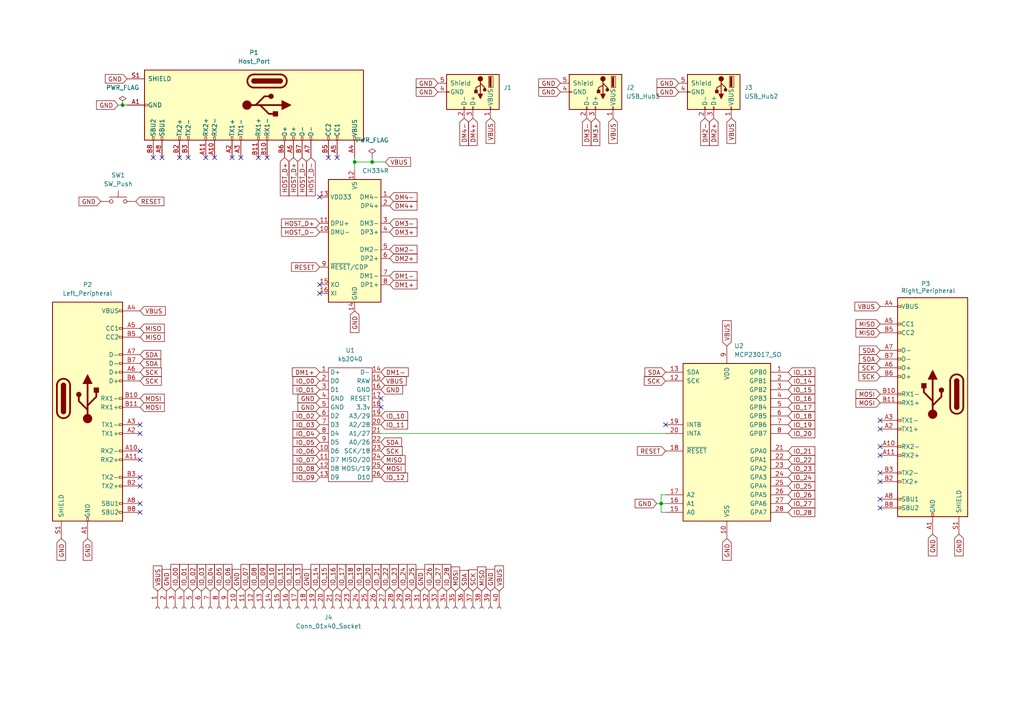
<source format=kicad_sch>
(kicad_sch (version 20250114) (generator "eeschema") (generator_version "9.0")
  (paper "A4")
  (lib_symbols
    (symbol "Connector:Conn_01x40_Socket" (pin_names (offset 1.016) (hide yes))
      (property "Reference" "J" (at 0 50.8 0))
      (property "Value" "Conn_01x40_Socket" (at 0 -53.34 0))
      (symbol "Conn_01x40_Socket_1_1"
        (polyline (pts (xy -1.27 48.26) (xy -0.508 48.26)) (stroke (width 0.1524)))
        (polyline (pts (xy -1.27 45.72) (xy -0.508 45.72)) (stroke (width 0.1524)))
        (polyline (pts (xy -1.27 43.18) (xy -0.508 43.18)) (stroke (width 0.1524)))
        (polyline (pts (xy -1.27 40.64) (xy -0.508 40.64)) (stroke (width 0.1524)))
        (polyline (pts (xy -1.27 38.1) (xy -0.508 38.1)) (stroke (width 0.1524)))
        (polyline (pts (xy -1.27 35.56) (xy -0.508 35.56)) (stroke (width 0.1524)))
        (polyline (pts (xy -1.27 33.02) (xy -0.508 33.02)) (stroke (width 0.1524)))
        (polyline (pts (xy -1.27 30.48) (xy -0.508 30.48)) (stroke (width 0.1524)))
        (polyline (pts (xy -1.27 27.94) (xy -0.508 27.94)) (stroke (width 0.1524)))
        (polyline (pts (xy -1.27 25.4) (xy -0.508 25.4)) (stroke (width 0.1524)))
        (polyline (pts (xy -1.27 22.86) (xy -0.508 22.86)) (stroke (width 0.1524)))
        (polyline (pts (xy -1.27 20.32) (xy -0.508 20.32)) (stroke (width 0.1524)))
        (polyline (pts (xy -1.27 17.78) (xy -0.508 17.78)) (stroke (width 0.1524)))
        (polyline (pts (xy -1.27 15.24) (xy -0.508 15.24)) (stroke (width 0.1524)))
        (polyline (pts (xy -1.27 12.7) (xy -0.508 12.7)) (stroke (width 0.1524)))
        (polyline (pts (xy -1.27 10.16) (xy -0.508 10.16)) (stroke (width 0.1524)))
        (polyline (pts (xy -1.27 7.62) (xy -0.508 7.62)) (stroke (width 0.1524)))
        (polyline (pts (xy -1.27 5.08) (xy -0.508 5.08)) (stroke (width 0.1524)))
        (polyline (pts (xy -1.27 2.54) (xy -0.508 2.54)) (stroke (width 0.1524)))
        (polyline (pts (xy -1.27 0) (xy -0.508 0)) (stroke (width 0.1524)))
        (polyline (pts (xy -1.27 -2.54) (xy -0.508 -2.54)) (stroke (width 0.1524)))
        (polyline (pts (xy -1.27 -5.08) (xy -0.508 -5.08)) (stroke (width 0.1524)))
        (polyline (pts (xy -1.27 -7.62) (xy -0.508 -7.62)) (stroke (width 0.1524)))
        (polyline (pts (xy -1.27 -10.16) (xy -0.508 -10.16)) (stroke (width 0.1524)))
        (polyline (pts (xy -1.27 -12.7) (xy -0.508 -12.7)) (stroke (width 0.1524)))
        (polyline (pts (xy -1.27 -15.24) (xy -0.508 -15.24)) (stroke (width 0.1524)))
        (polyline (pts (xy -1.27 -17.78) (xy -0.508 -17.78)) (stroke (width 0.1524)))
        (polyline (pts (xy -1.27 -20.32) (xy -0.508 -20.32)) (stroke (width 0.1524)))
        (polyline (pts (xy -1.27 -22.86) (xy -0.508 -22.86)) (stroke (width 0.1524)))
        (polyline (pts (xy -1.27 -25.4) (xy -0.508 -25.4)) (stroke (width 0.1524)))
        (polyline (pts (xy -1.27 -27.94) (xy -0.508 -27.94)) (stroke (width 0.1524)))
        (polyline (pts (xy -1.27 -30.48) (xy -0.508 -30.48)) (stroke (width 0.1524)))
        (polyline (pts (xy -1.27 -33.02) (xy -0.508 -33.02)) (stroke (width 0.1524)))
        (polyline (pts (xy -1.27 -35.56) (xy -0.508 -35.56)) (stroke (width 0.1524)))
        (polyline (pts (xy -1.27 -38.1) (xy -0.508 -38.1)) (stroke (width 0.1524)))
        (polyline (pts (xy -1.27 -40.64) (xy -0.508 -40.64)) (stroke (width 0.1524)))
        (polyline (pts (xy -1.27 -43.18) (xy -0.508 -43.18)) (stroke (width 0.1524)))
        (polyline (pts (xy -1.27 -45.72) (xy -0.508 -45.72)) (stroke (width 0.1524)))
        (polyline (pts (xy -1.27 -48.26) (xy -0.508 -48.26)) (stroke (width 0.1524)))
        (polyline (pts (xy -1.27 -50.8) (xy -0.508 -50.8)) (stroke (width 0.1524)))
        (arc (start 0 47.752) (mid -0.5058 48.26) (end 0 48.768) (stroke (width 0.1524)))
        (arc (start 0 45.212) (mid -0.5058 45.72) (end 0 46.228) (stroke (width 0.1524)))
        (arc (start 0 42.672) (mid -0.5058 43.18) (end 0 43.688) (stroke (width 0.1524)))
        (arc (start 0 40.132) (mid -0.5058 40.64) (end 0 41.148) (stroke (width 0.1524)))
        (arc (start 0 37.592) (mid -0.5058 38.1) (end 0 38.608) (stroke (width 0.1524)))
        (arc (start 0 35.052) (mid -0.5058 35.56) (end 0 36.068) (stroke (width 0.1524)))
        (arc (start 0 32.512) (mid -0.5058 33.02) (end 0 33.528) (stroke (width 0.1524)))
        (arc (start 0 29.972) (mid -0.5058 30.48) (end 0 30.988) (stroke (width 0.1524)))
        (arc (start 0 27.432) (mid -0.5058 27.94) (end 0 28.448) (stroke (width 0.1524)))
        (arc (start 0 24.892) (mid -0.5058 25.4) (end 0 25.908) (stroke (width 0.1524)))
        (arc (start 0 22.352) (mid -0.5058 22.86) (end 0 23.368) (stroke (width 0.1524)))
        (arc (start 0 19.812) (mid -0.5058 20.32) (end 0 20.828) (stroke (width 0.1524)))
        (arc (start 0 17.272) (mid -0.5058 17.78) (end 0 18.288) (stroke (width 0.1524)))
        (arc (start 0 14.732) (mid -0.5058 15.24) (end 0 15.748) (stroke (width 0.1524)))
        (arc (start 0 12.192) (mid -0.5058 12.7) (end 0 13.208) (stroke (width 0.1524)))
        (arc (start 0 9.652) (mid -0.5058 10.16) (end 0 10.668) (stroke (width 0.1524)))
        (arc (start 0 7.112) (mid -0.5058 7.62) (end 0 8.128) (stroke (width 0.1524)))
        (arc (start 0 4.572) (mid -0.5058 5.08) (end 0 5.588) (stroke (width 0.1524)))
        (arc (start 0 2.032) (mid -0.5058 2.54) (end 0 3.048) (stroke (width 0.1524)))
        (arc (start 0 -0.508) (mid -0.5058 0) (end 0 0.508) (stroke (width 0.1524)))
        (arc (start 0 -3.048) (mid -0.5058 -2.54) (end 0 -2.032) (stroke (width 0.1524)))
        (arc (start 0 -5.588) (mid -0.5058 -5.08) (end 0 -4.572) (stroke (width 0.1524)))
        (arc (start 0 -8.128) (mid -0.5058 -7.62) (end 0 -7.112) (stroke (width 0.1524)))
        (arc (start 0 -10.668) (mid -0.5058 -10.16) (end 0 -9.652) (stroke (width 0.1524)))
        (arc (start 0 -13.208) (mid -0.5058 -12.7) (end 0 -12.192) (stroke (width 0.1524)))
        (arc (start 0 -15.748) (mid -0.5058 -15.24) (end 0 -14.732) (stroke (width 0.1524)))
        (arc (start 0 -18.288) (mid -0.5058 -17.78) (end 0 -17.272) (stroke (width 0.1524)))
        (arc (start 0 -20.828) (mid -0.5058 -20.32) (end 0 -19.812) (stroke (width 0.1524)))
        (arc (start 0 -23.368) (mid -0.5058 -22.86) (end 0 -22.352) (stroke (width 0.1524)))
        (arc (start 0 -25.908) (mid -0.5058 -25.4) (end 0 -24.892) (stroke (width 0.1524)))
        (arc (start 0 -28.448) (mid -0.5058 -27.94) (end 0 -27.432) (stroke (width 0.1524)))
        (arc (start 0 -30.988) (mid -0.5058 -30.48) (end 0 -29.972) (stroke (width 0.1524)))
        (arc (start 0 -33.528) (mid -0.5058 -33.02) (end 0 -32.512) (stroke (width 0.1524)))
        (arc (start 0 -36.068) (mid -0.5058 -35.56) (end 0 -35.052) (stroke (width 0.1524)))
        (arc (start 0 -38.608) (mid -0.5058 -38.1) (end 0 -37.592) (stroke (width 0.1524)))
        (arc (start 0 -41.148) (mid -0.5058 -40.64) (end 0 -40.132) (stroke (width 0.1524)))
        (arc (start 0 -43.688) (mid -0.5058 -43.18) (end 0 -42.672) (stroke (width 0.1524)))
        (arc (start 0 -46.228) (mid -0.5058 -45.72) (end 0 -45.212) (stroke (width 0.1524)))
        (arc (start 0 -48.768) (mid -0.5058 -48.26) (end 0 -47.752) (stroke (width 0.1524)))
        (arc (start 0 -51.308) (mid -0.5058 -50.8) (end 0 -50.292) (stroke (width 0.1524)))
        (pin passive line (at -5.08 48.26 0) (length 3.81) (name "Pin_1") (number "1"))
        (pin passive line (at -5.08 45.72 0) (length 3.81) (name "Pin_2") (number "2"))
        (pin passive line (at -5.08 43.18 0) (length 3.81) (name "Pin_3") (number "3"))
        (pin passive line (at -5.08 40.64 0) (length 3.81) (name "Pin_4") (number "4"))
        (pin passive line (at -5.08 38.1 0) (length 3.81) (name "Pin_5") (number "5"))
        (pin passive line (at -5.08 35.56 0) (length 3.81) (name "Pin_6") (number "6"))
        (pin passive line (at -5.08 33.02 0) (length 3.81) (name "Pin_7") (number "7"))
        (pin passive line (at -5.08 30.48 0) (length 3.81) (name "Pin_8") (number "8"))
        (pin passive line (at -5.08 27.94 0) (length 3.81) (name "Pin_9") (number "9"))
        (pin passive line (at -5.08 25.4 0) (length 3.81) (name "Pin_10") (number "10"))
        (pin passive line (at -5.08 22.86 0) (length 3.81) (name "Pin_11") (number "11"))
        (pin passive line (at -5.08 20.32 0) (length 3.81) (name "Pin_12") (number "12"))
        (pin passive line (at -5.08 17.78 0) (length 3.81) (name "Pin_13") (number "13"))
        (pin passive line (at -5.08 15.24 0) (length 3.81) (name "Pin_14") (number "14"))
        (pin passive line (at -5.08 12.7 0) (length 3.81) (name "Pin_15") (number "15"))
        (pin passive line (at -5.08 10.16 0) (length 3.81) (name "Pin_16") (number "16"))
        (pin passive line (at -5.08 7.62 0) (length 3.81) (name "Pin_17") (number "17"))
        (pin passive line (at -5.08 5.08 0) (length 3.81) (name "Pin_18") (number "18"))
        (pin passive line (at -5.08 2.54 0) (length 3.81) (name "Pin_19") (number "19"))
        (pin passive line (at -5.08 0 0) (length 3.81) (name "Pin_20") (number "20"))
        (pin passive line (at -5.08 -2.54 0) (length 3.81) (name "Pin_21") (number "21"))
        (pin passive line (at -5.08 -5.08 0) (length 3.81) (name "Pin_22") (number "22"))
        (pin passive line (at -5.08 -7.62 0) (length 3.81) (name "Pin_23") (number "23"))
        (pin passive line (at -5.08 -10.16 0) (length 3.81) (name "Pin_24") (number "24"))
        (pin passive line (at -5.08 -12.7 0) (length 3.81) (name "Pin_25") (number "25"))
        (pin passive line (at -5.08 -15.24 0) (length 3.81) (name "Pin_26") (number "26"))
        (pin passive line (at -5.08 -17.78 0) (length 3.81) (name "Pin_27") (number "27"))
        (pin passive line (at -5.08 -20.32 0) (length 3.81) (name "Pin_28") (number "28"))
        (pin passive line (at -5.08 -22.86 0) (length 3.81) (name "Pin_29") (number "29"))
        (pin passive line (at -5.08 -25.4 0) (length 3.81) (name "Pin_30") (number "30"))
        (pin passive line (at -5.08 -27.94 0) (length 3.81) (name "Pin_31") (number "31"))
        (pin passive line (at -5.08 -30.48 0) (length 3.81) (name "Pin_32") (number "32"))
        (pin passive line (at -5.08 -33.02 0) (length 3.81) (name "Pin_33") (number "33"))
        (pin passive line (at -5.08 -35.56 0) (length 3.81) (name "Pin_34") (number "34"))
        (pin passive line (at -5.08 -38.1 0) (length 3.81) (name "Pin_35") (number "35"))
        (pin passive line (at -5.08 -40.64 0) (length 3.81) (name "Pin_36") (number "36"))
        (pin passive line (at -5.08 -43.18 0) (length 3.81) (name "Pin_37") (number "37"))
        (pin passive line (at -5.08 -45.72 0) (length 3.81) (name "Pin_38") (number "38"))
        (pin passive line (at -5.08 -48.26 0) (length 3.81) (name "Pin_39") (number "39"))
        (pin passive line (at -5.08 -50.8 0) (length 3.81) (name "Pin_40") (number "40"))
      )
    )
    (symbol "Connector:USB_A" (pin_names (offset 1.016))
      (property "Reference" "J" (at -5.08 11.43 0))
      (property "Value" "USB_A" (at -5.08 8.89 0))
      (symbol "USB_A_0_1"
        (rectangle (start -5.08 -7.62) (end 5.08 7.62) (stroke (width 0.254)) (fill (type background)))
        (circle (center -3.81 2.159) (radius 0.635) (stroke (width 0.254)) (fill (type outline)))
        (polyline (pts (xy -3.175 2.159) (xy -2.54 2.159) (xy -1.27 3.429) (xy -0.635 3.429)) (stroke (width 0.254)))
        (polyline (pts (xy -2.54 2.159) (xy -1.905 2.159) (xy -1.27 0.889) (xy 0 0.889)) (stroke (width 0.254)))
        (rectangle (start -1.524 4.826) (end -4.318 5.334) (fill (type outline)))
        (rectangle (start -1.27 4.572) (end -4.572 5.842))
        (circle (center -0.635 3.429) (radius 0.381) (stroke (width 0.254)) (fill (type outline)))
        (rectangle (start -0.127 -7.62) (end 0.127 -6.858))
        (rectangle (start 0.254 1.27) (end -0.508 0.508) (stroke (width 0.254)) (fill (type outline)))
        (polyline (pts (xy 0.635 2.794) (xy 0.635 1.524) (xy 1.905 2.159) (xy 0.635 2.794)) (stroke (width 0.254)) (fill (type outline)))
        (rectangle (start 5.08 4.953) (end 4.318 5.207))
        (rectangle (start 5.08 -0.127) (end 4.318 0.127))
        (rectangle (start 5.08 -2.667) (end 4.318 -2.413))
      )
      (symbol "USB_A_1_1"
        (polyline (pts (xy -1.905 2.159) (xy 0.635 2.159)) (stroke (width 0.254)))
        (pin passive line (at -2.54 -10.16 90) (length 2.54) (name "Shield") (number "5"))
        (pin power_in line (at 0 -10.16 90) (length 2.54) (name "GND") (number "4"))
        (pin power_in line (at 7.62 5.08 180) (length 2.54) (name "VBUS") (number "1"))
        (pin bidirectional line (at 7.62 0 180) (length 2.54) (name "D+") (number "3"))
        (pin bidirectional line (at 7.62 -2.54 180) (length 2.54) (name "D-") (number "2"))
      )
    )
    (symbol "Connector:USB_C_Receptacle" (pin_names (offset 1.016))
      (property "Reference" "J" (at -10.16 29.21 0))
      (property "Value" "USB_C_Receptacle" (at 10.16 29.21 0))
      (symbol "USB_C_Receptacle_0_0"
        (rectangle (start -0.254 -35.56) (end 0.254 -34.544))
        (rectangle (start 10.16 25.654) (end 9.144 25.146))
        (rectangle (start 10.16 20.574) (end 9.144 20.066))
        (rectangle (start 10.16 18.034) (end 9.144 17.526))
        (rectangle (start 10.16 12.954) (end 9.144 12.446))
        (rectangle (start 10.16 10.414) (end 9.144 9.906))
        (rectangle (start 10.16 7.874) (end 9.144 7.366))
        (rectangle (start 10.16 5.334) (end 9.144 4.826))
        (rectangle (start 10.16 0.254) (end 9.144 -0.254))
        (rectangle (start 10.16 -2.286) (end 9.144 -2.794))
        (rectangle (start 10.16 -7.366) (end 9.144 -7.874))
        (rectangle (start 10.16 -9.906) (end 9.144 -10.414))
        (rectangle (start 10.16 -14.986) (end 9.144 -15.494))
        (rectangle (start 10.16 -17.526) (end 9.144 -18.034))
        (rectangle (start 10.16 -22.606) (end 9.144 -23.114))
        (rectangle (start 10.16 -25.146) (end 9.144 -25.654))
        (rectangle (start 10.16 -30.226) (end 9.144 -30.734))
        (rectangle (start 10.16 -32.766) (end 9.144 -33.274))
      )
      (symbol "USB_C_Receptacle_0_1"
        (rectangle (start -10.16 27.94) (end 10.16 -35.56) (stroke (width 0.254)) (fill (type background)))
        (polyline (pts (xy -8.89 -3.81) (xy -8.89 3.81)) (stroke (width 0.508)))
        (rectangle (start -7.62 -3.81) (end -6.35 3.81) (stroke (width 0.254)) (fill (type outline)))
        (arc (start -7.62 3.81) (mid -6.985 4.4423) (end -6.35 3.81) (stroke (width 0.254)))
        (arc (start -7.62 3.81) (mid -6.985 4.4423) (end -6.35 3.81) (stroke (width 0.254)) (fill (type outline)))
        (arc (start -8.89 3.81) (mid -6.985 5.7067) (end -5.08 3.81) (stroke (width 0.508)))
        (arc (start -5.08 -3.81) (mid -6.985 -5.7067) (end -8.89 -3.81) (stroke (width 0.508)))
        (arc (start -6.35 -3.81) (mid -6.985 -4.4423) (end -7.62 -3.81) (stroke (width 0.254)))
        (arc (start -6.35 -3.81) (mid -6.985 -4.4423) (end -7.62 -3.81) (stroke (width 0.254)) (fill (type outline)))
        (polyline (pts (xy -5.08 3.81) (xy -5.08 -3.81)) (stroke (width 0.508)))
      )
      (symbol "USB_C_Receptacle_1_1"
        (circle (center -2.54 1.143) (radius 0.635) (stroke (width 0.254)) (fill (type outline)))
        (polyline (pts (xy -1.27 4.318) (xy 0 6.858) (xy 1.27 4.318) (xy -1.27 4.318)) (stroke (width 0.254)) (fill (type outline)))
        (polyline (pts (xy 0 -2.032) (xy 2.54 0.508) (xy 2.54 1.778)) (stroke (width 0.508)))
        (polyline (pts (xy 0 -3.302) (xy -2.54 -0.762) (xy -2.54 0.508)) (stroke (width 0.508)))
        (polyline (pts (xy 0 -5.842) (xy 0 4.318)) (stroke (width 0.508)))
        (circle (center 0 -5.842) (radius 1.27) (fill (type outline)))
        (rectangle (start 1.905 1.778) (end 3.175 3.048) (stroke (width 0.254)) (fill (type outline)))
        (pin passive line (at -7.62 -40.64 90) (length 5.08) (name "SHIELD") (number "S1"))
        (pin passive line (at 0 -40.64 90) (length 5.08) (name "GND") (number "A1"))
        (pin passive line (at 0 -40.64 90) (length 5.08) (hide yes) (name "GND") (number "A12"))
        (pin passive line (at 0 -40.64 90) (length 5.08) (hide yes) (name "GND") (number "B1"))
        (pin passive line (at 0 -40.64 90) (length 5.08) (hide yes) (name "GND") (number "B12"))
        (pin passive line (at 15.24 25.4 180) (length 5.08) (name "VBUS") (number "A4"))
        (pin passive line (at 15.24 25.4 180) (length 5.08) (hide yes) (name "VBUS") (number "A9"))
        (pin passive line (at 15.24 25.4 180) (length 5.08) (hide yes) (name "VBUS") (number "B4"))
        (pin passive line (at 15.24 25.4 180) (length 5.08) (hide yes) (name "VBUS") (number "B9"))
        (pin bidirectional line (at 15.24 20.32 180) (length 5.08) (name "CC1") (number "A5"))
        (pin bidirectional line (at 15.24 17.78 180) (length 5.08) (name "CC2") (number "B5"))
        (pin bidirectional line (at 15.24 12.7 180) (length 5.08) (name "D-") (number "A7"))
        (pin bidirectional line (at 15.24 10.16 180) (length 5.08) (name "D-") (number "B7"))
        (pin bidirectional line (at 15.24 7.62 180) (length 5.08) (name "D+") (number "A6"))
        (pin bidirectional line (at 15.24 5.08 180) (length 5.08) (name "D+") (number "B6"))
        (pin bidirectional line (at 15.24 0 180) (length 5.08) (name "RX1-") (number "B10"))
        (pin bidirectional line (at 15.24 -2.54 180) (length 5.08) (name "RX1+") (number "B11"))
        (pin bidirectional line (at 15.24 -7.62 180) (length 5.08) (name "TX1-") (number "A3"))
        (pin bidirectional line (at 15.24 -10.16 180) (length 5.08) (name "TX1+") (number "A2"))
        (pin bidirectional line (at 15.24 -15.24 180) (length 5.08) (name "RX2-") (number "A10"))
        (pin bidirectional line (at 15.24 -17.78 180) (length 5.08) (name "RX2+") (number "A11"))
        (pin bidirectional line (at 15.24 -22.86 180) (length 5.08) (name "TX2-") (number "B3"))
        (pin bidirectional line (at 15.24 -25.4 180) (length 5.08) (name "TX2+") (number "B2"))
        (pin bidirectional line (at 15.24 -30.48 180) (length 5.08) (name "SBU1") (number "A8"))
        (pin bidirectional line (at 15.24 -33.02 180) (length 5.08) (name "SBU2") (number "B8"))
      )
    )
    (symbol "Interface_Expansion:MCP23017_SO" (pin_names (offset 1.016))
      (property "Reference" "U" (at -11.43 24.13 0))
      (property "Value" "MCP23017_SO" (at 0 0 0))
      (symbol "MCP23017_SO_0_1"
        (rectangle (start -12.7 22.86) (end 12.7 -22.86) (stroke (width 0.254)) (fill (type background)))
      )
      (symbol "MCP23017_SO_1_1"
        (pin bidirectional line (at -17.78 20.32 0) (length 5.08) (name "SDA") (number "13"))
        (pin input line (at -17.78 17.78 0) (length 5.08) (name "SCK") (number "12"))
        (pin tri_state line (at -17.78 5.08 0) (length 5.08) (name "INTB") (number "19"))
        (pin tri_state line (at -17.78 2.54 0) (length 5.08) (name "INTA") (number "20"))
        (pin input line (at -17.78 -2.54 0) (length 5.08) (name "~{RESET}") (number "18"))
        (pin input line (at -17.78 -15.24 0) (length 5.08) (name "A2") (number "17"))
        (pin input line (at -17.78 -17.78 0) (length 5.08) (name "A1") (number "16"))
        (pin input line (at -17.78 -20.32 0) (length 5.08) (name "A0") (number "15"))
        (pin no_connect line (at -12.7 15.24 0) (length 5.08) (hide yes) (name "NC") (number "11"))
        (pin no_connect line (at -12.7 12.7 0) (length 5.08) (hide yes) (name "NC") (number "14"))
        (pin power_in line (at 0 27.94 270) (length 5.08) (name "VDD") (number "9"))
        (pin power_in line (at 0 -27.94 90) (length 5.08) (name "VSS") (number "10"))
        (pin bidirectional line (at 17.78 20.32 180) (length 5.08) (name "GPB0") (number "1"))
        (pin bidirectional line (at 17.78 17.78 180) (length 5.08) (name "GPB1") (number "2"))
        (pin bidirectional line (at 17.78 15.24 180) (length 5.08) (name "GPB2") (number "3"))
        (pin bidirectional line (at 17.78 12.7 180) (length 5.08) (name "GPB3") (number "4"))
        (pin bidirectional line (at 17.78 10.16 180) (length 5.08) (name "GPB4") (number "5"))
        (pin bidirectional line (at 17.78 7.62 180) (length 5.08) (name "GPB5") (number "6"))
        (pin bidirectional line (at 17.78 5.08 180) (length 5.08) (name "GPB6") (number "7"))
        (pin output line (at 17.78 2.54 180) (length 5.08) (name "GPB7") (number "8"))
        (pin bidirectional line (at 17.78 -2.54 180) (length 5.08) (name "GPA0") (number "21"))
        (pin bidirectional line (at 17.78 -5.08 180) (length 5.08) (name "GPA1") (number "22"))
        (pin bidirectional line (at 17.78 -7.62 180) (length 5.08) (name "GPA2") (number "23"))
        (pin bidirectional line (at 17.78 -10.16 180) (length 5.08) (name "GPA3") (number "24"))
        (pin bidirectional line (at 17.78 -12.7 180) (length 5.08) (name "GPA4") (number "25"))
        (pin bidirectional line (at 17.78 -15.24 180) (length 5.08) (name "GPA5") (number "26"))
        (pin bidirectional line (at 17.78 -17.78 180) (length 5.08) (name "GPA6") (number "27"))
        (pin output line (at 17.78 -20.32 180) (length 5.08) (name "GPA7") (number "28"))
      )
    )
    (symbol "Interface_USB:CH334R"
      (property "Reference" "U" (at -7.62 20.32 0))
      (property "Value" "CH334R" (at 2.54 20.32 0))
      (symbol "CH334R_0_1"
        (rectangle (start -7.62 17.78) (end 7.62 -17.78) (stroke (width 0.254)) (fill (type background)))
      )
      (symbol "CH334R_1_1"
        (pin passive line (at -10.16 12.7 0) (length 2.54) (name "VDD33") (number "13"))
        (pin bidirectional line (at -10.16 5.08 0) (length 2.54) (name "DPU+") (number "11"))
        (pin bidirectional line (at -10.16 2.54 0) (length 2.54) (name "DMU-") (number "10"))
        (pin input line (at -10.16 -7.62 0) (length 2.54) (name "~{RESET}/CDP") (number "9"))
        (pin passive line (at -10.16 -12.7 0) (length 2.54) (name "XO") (number "15"))
        (pin passive line (at -10.16 -15.24 0) (length 2.54) (name "XI") (number "16"))
        (pin power_in line (at 0 20.32 270) (length 2.54) (name "V5") (number "12"))
        (pin power_in line (at 0 -20.32 90) (length 2.54) (name "GND") (number "14"))
        (pin bidirectional line (at 10.16 12.7 180) (length 2.54) (name "DM4-") (number "1"))
        (pin bidirectional line (at 10.16 10.16 180) (length 2.54) (name "DP4+") (number "2"))
        (pin bidirectional line (at 10.16 5.08 180) (length 2.54) (name "DM3-") (number "3"))
        (pin bidirectional line (at 10.16 2.54 180) (length 2.54) (name "DP3+") (number "4"))
        (pin bidirectional line (at 10.16 -2.54 180) (length 2.54) (name "DM2-") (number "5"))
        (pin bidirectional line (at 10.16 -5.08 180) (length 2.54) (name "DP2+") (number "6"))
        (pin bidirectional line (at 10.16 -10.16 180) (length 2.54) (name "DM1-") (number "7"))
        (pin bidirectional line (at 10.16 -12.7 180) (length 2.54) (name "DP1+") (number "8"))
      )
    )
    (symbol "Switch:SW_Push" (pin_numbers (hide yes)) (pin_names (offset 1.016) (hide yes))
      (property "Reference" "SW" (at 1.27 2.54 0))
      (property "Value" "SW_Push" (at 0 -1.524 0))
      (symbol "SW_Push_0_1"
        (circle (center -2.032 0) (radius 0.508))
        (polyline (pts (xy 0 1.27) (xy 0 3.048)))
        (circle (center 2.032 0) (radius 0.508))
        (polyline (pts (xy 2.54 1.27) (xy -2.54 1.27)))
        (pin passive line (at -5.08 0 0) (length 2.54) (name "1") (number "1"))
        (pin passive line (at 5.08 0 180) (length 2.54) (name "2") (number "2"))
      )
    )
    (symbol "kb2040:kb2040"
      (property "Reference" "U" (at 0 0 0))
      (property "Value" "kb2040" (at 0 -2.54 0))
      (property "Footprint" "kb2040" (at 0 0 0))
      (symbol "kb2040_0_1"
        (rectangle (start 0 -3.81) (end 12.7 -36.83) (stroke (width 0.1524)))
      )
      (symbol "kb2040_1_1"
        (pin bidirectional line (at -2.54 -5.08 0) (length 2.54) (name "D+") (number "1"))
        (pin bidirectional line (at -2.54 -7.62 0) (length 2.54) (name "D0") (number "2"))
        (pin bidirectional line (at -2.54 -10.16 0) (length 2.54) (name "D1") (number "3"))
        (pin bidirectional line (at -2.54 -12.7 0) (length 2.54) (name "GND") (number "4"))
        (pin bidirectional line (at -2.54 -15.24 0) (length 2.54) (name "GND") (number "5"))
        (pin bidirectional line (at -2.54 -17.78 0) (length 2.54) (name "D2") (number "6"))
        (pin bidirectional line (at -2.54 -20.32 0) (length 2.54) (name "D3") (number "7"))
        (pin bidirectional line (at -2.54 -22.86 0) (length 2.54) (name "D4") (number "8"))
        (pin bidirectional line (at -2.54 -25.4 0) (length 2.54) (name "D5") (number "9"))
        (pin bidirectional line (at -2.54 -27.94 0) (length 2.54) (name "D6") (number "10"))
        (pin bidirectional line (at -2.54 -30.48 0) (length 2.54) (name "D7") (number "11"))
        (pin bidirectional line (at -2.54 -33.02 0) (length 2.54) (name "D8") (number "12"))
        (pin bidirectional line (at -2.54 -35.56 0) (length 2.54) (name "D9") (number "13"))
        (pin bidirectional line (at 15.24 -5.08 180) (length 2.54) (name "D-") (number "14"))
        (pin bidirectional line (at 15.24 -7.62 180) (length 2.54) (name "RAW") (number "15"))
        (pin bidirectional line (at 15.24 -10.16 180) (length 2.54) (name "GND") (number "16"))
        (pin bidirectional line (at 15.24 -12.7 180) (length 2.54) (name "RESET") (number "17"))
        (pin bidirectional line (at 15.24 -15.24 180) (length 2.54) (name "3.3v") (number "18"))
        (pin bidirectional line (at 15.24 -17.78 180) (length 2.54) (name "A3/29") (number "19"))
        (pin bidirectional line (at 15.24 -20.32 180) (length 2.54) (name "A2/28") (number "20"))
        (pin bidirectional line (at 15.24 -22.86 180) (length 2.54) (name "A1/27") (number "21"))
        (pin bidirectional line (at 15.24 -25.4 180) (length 2.54) (name "A0/26") (number "22"))
        (pin bidirectional line (at 15.24 -27.94 180) (length 2.54) (name "SCK/18") (number "23"))
        (pin bidirectional line (at 15.24 -30.48 180) (length 2.54) (name "MISO/20") (number "24"))
        (pin bidirectional line (at 15.24 -33.02 180) (length 2.54) (name "MOSI/19") (number "25"))
        (pin bidirectional line (at 15.24 -35.56 180) (length 2.54) (name "D10") (number "26"))
      )
    )
    (symbol "power:PWR_FLAG" (power) (pin_numbers (hide yes)) (pin_names (offset 0) (hide yes))
      (property "Value" "PWR_FLAG" (at 0 3.81 0))
      (symbol "PWR_FLAG_0_0"
        (pin power_out line (at 0 0 90) (length 0) (name "~") (number "1"))
      )
      (symbol "PWR_FLAG_0_1"
        (polyline (pts (xy 0 0) (xy 0 1.27) (xy -1.016 1.905) (xy 0 2.54) (xy 1.016 1.905) (xy 0 1.27)))
      )
    )
  )
  (junction (at 107.95 46.99))
  (junction (at 35.56 30.48))
  (junction (at 191.77 146.05))
  (junction (at 102.87 46.99))
  (no_connect (at 40.64 123.19))
  (no_connect (at 92.71 85.09))
  (no_connect (at 110.49 115.57))
  (no_connect (at 97.79 45.72))
  (no_connect (at 52.07 45.72))
  (no_connect (at 110.49 118.11))
  (no_connect (at 255.27 147.32))
  (no_connect (at 40.64 138.43))
  (no_connect (at 40.64 140.97))
  (no_connect (at 59.69 45.72))
  (no_connect (at 46.99 45.72))
  (no_connect (at 255.27 124.46))
  (no_connect (at 92.71 82.55))
  (no_connect (at 255.27 144.78))
  (no_connect (at 92.71 57.15))
  (no_connect (at 255.27 139.7))
  (no_connect (at 69.85 45.72))
  (no_connect (at 67.31 45.72))
  (no_connect (at 255.27 121.92))
  (no_connect (at 40.64 133.35))
  (no_connect (at 40.64 146.05))
  (no_connect (at 44.45 45.72))
  (no_connect (at 255.27 132.08))
  (no_connect (at 62.23 45.72))
  (no_connect (at 40.64 125.73))
  (no_connect (at 255.27 137.16))
  (no_connect (at 40.64 148.59))
  (no_connect (at 77.47 45.72))
  (no_connect (at 74.93 45.72))
  (no_connect (at 193.04 123.19))
  (no_connect (at 95.25 45.72))
  (no_connect (at 40.64 130.81))
  (no_connect (at 54.61 45.72))
  (no_connect (at 255.27 129.54))
  (wire (pts (xy 190.5 146.05) (xy 191.77 146.05)))
  (wire (pts (xy 193.04 143.51) (xy 191.77 143.51)))
  (wire (pts (xy 102.87 45.72) (xy 102.87 46.99)))
  (wire (pts (xy 191.77 146.05) (xy 191.77 148.59)))
  (wire (pts (xy 191.77 146.05) (xy 193.04 146.05)))
  (wire (pts (xy 191.77 148.59) (xy 193.04 148.59)))
  (wire (pts (xy 110.49 125.73) (xy 193.04 125.73)))
  (wire (pts (xy 102.87 46.99) (xy 107.95 46.99)))
  (wire (pts (xy 191.77 143.51) (xy 191.77 146.05)))
  (wire (pts (xy 102.87 46.99) (xy 102.87 49.53)))
  (wire (pts (xy 107.95 45.72) (xy 107.95 46.99)))
  (wire (pts (xy 35.56 30.48) (xy 36.83 30.48)))
  (wire (pts (xy 34.29 30.48) (xy 35.56 30.48)))
  (wire (pts (xy 107.95 46.99) (xy 111.76 46.99)))
  (global_label "DM2-" (shape input) (at 113.03 72.39 0) (property "Intersheetrefs" "${INTERSHEET_REFS}" (effects (hide yes))))
  (global_label "RESET" (shape input) (at 193.04 130.81 180) (property "Intersheetrefs" "${INTERSHEET_REFS}" (effects (hide yes))))
  (global_label "SDA" (shape input) (at 193.04 107.95 180) (property "Intersheetrefs" "${INTERSHEET_REFS}" (effects (hide yes))))
  (global_label "IO_12" (shape input) (at 83.82 171.45 90) (property "Intersheetrefs" "${INTERSHEET_REFS}" (effects (hide yes))))
  (global_label "IO_20" (shape input) (at 228.6 125.73 0) (property "Intersheetrefs" "${INTERSHEET_REFS}" (effects (hide yes))))
  (global_label "IO_24" (shape input) (at 116.84 171.45 90) (property "Intersheetrefs" "${INTERSHEET_REFS}" (effects (hide yes))))
  (global_label "SCK" (shape input) (at 110.49 130.81 0) (property "Intersheetrefs" "${INTERSHEET_REFS}" (effects (hide yes))))
  (global_label "SDA" (shape input) (at 134.62 171.45 90) (property "Intersheetrefs" "${INTERSHEET_REFS}" (effects (hide yes))))
  (global_label "DM3-" (shape input) (at 170.18 34.29 270) (property "Intersheetrefs" "${INTERSHEET_REFS}" (effects (hide yes))))
  (global_label "MOSI" (shape input) (at 255.27 116.84 180) (property "Intersheetrefs" "${INTERSHEET_REFS}" (effects (hide yes))))
  (global_label "IO_28" (shape input) (at 228.6 148.59 0) (property "Intersheetrefs" "${INTERSHEET_REFS}" (effects (hide yes))))
  (global_label "IO_27" (shape input) (at 127 171.45 90) (property "Intersheetrefs" "${INTERSHEET_REFS}" (effects (hide yes))))
  (global_label "IO_07" (shape input) (at 71.12 171.45 90) (property "Intersheetrefs" "${INTERSHEET_REFS}" (effects (hide yes))))
  (global_label "DM1+" (shape input) (at 113.03 82.55 0) (property "Intersheetrefs" "${INTERSHEET_REFS}" (effects (hide yes))))
  (global_label "IO_04" (shape input) (at 60.96 171.45 90) (property "Intersheetrefs" "${INTERSHEET_REFS}" (effects (hide yes))))
  (global_label "HOST_D+" (shape input) (at 82.55 45.72 270) (property "Intersheetrefs" "${INTERSHEET_REFS}" (effects (hide yes))))
  (global_label "IO_03" (shape input) (at 92.71 123.19 180) (property "Intersheetrefs" "${INTERSHEET_REFS}" (effects (hide yes))))
  (global_label "IO_19" (shape input) (at 104.14 171.45 90) (property "Intersheetrefs" "${INTERSHEET_REFS}" (effects (hide yes))))
  (global_label "IO_21" (shape input) (at 109.22 171.45 90) (property "Intersheetrefs" "${INTERSHEET_REFS}" (effects (hide yes))))
  (global_label "GND" (shape input) (at 196.85 24.13 180) (property "Intersheetrefs" "${INTERSHEET_REFS}" (effects (hide yes))))
  (global_label "MISO" (shape input) (at 40.64 95.25 0) (property "Intersheetrefs" "${INTERSHEET_REFS}" (effects (hide yes))))
  (global_label "VBUS" (shape input) (at 45.72 171.45 90) (property "Intersheetrefs" "${INTERSHEET_REFS}" (effects (hide yes))))
  (global_label "IO_10" (shape input) (at 110.49 120.65 0) (property "Intersheetrefs" "${INTERSHEET_REFS}" (effects (hide yes))))
  (global_label "VBUS" (shape input) (at 255.27 88.9 180) (property "Intersheetrefs" "${INTERSHEET_REFS}" (effects (hide yes))))
  (global_label "GND" (shape input) (at 25.4 156.21 270) (property "Intersheetrefs" "${INTERSHEET_REFS}" (effects (hide yes))))
  (global_label "MISO" (shape input) (at 139.7 171.45 90) (property "Intersheetrefs" "${INTERSHEET_REFS}" (effects (hide yes))))
  (global_label "IO_24" (shape input) (at 228.6 138.43 0) (property "Intersheetrefs" "${INTERSHEET_REFS}" (effects (hide yes))))
  (global_label "MISO" (shape input) (at 255.27 96.52 180) (property "Intersheetrefs" "${INTERSHEET_REFS}" (effects (hide yes))))
  (global_label "IO_18" (shape input) (at 101.6 171.45 90) (property "Intersheetrefs" "${INTERSHEET_REFS}" (effects (hide yes))))
  (global_label "GND" (shape input) (at 121.92 171.45 90) (property "Intersheetrefs" "${INTERSHEET_REFS}" (effects (hide yes))))
  (global_label "GND" (shape input) (at 48.26 171.45 90) (property "Intersheetrefs" "${INTERSHEET_REFS}" (effects (hide yes))))
  (global_label "IO_16" (shape input) (at 96.52 171.45 90) (property "Intersheetrefs" "${INTERSHEET_REFS}" (effects (hide yes))))
  (global_label "HOST_D-" (shape input) (at 92.71 67.31 180) (property "Intersheetrefs" "${INTERSHEET_REFS}" (effects (hide yes))))
  (global_label "GND" (shape input) (at 142.24 171.45 90) (property "Intersheetrefs" "${INTERSHEET_REFS}" (effects (hide yes))))
  (global_label "IO_26" (shape input) (at 124.46 171.45 90) (property "Intersheetrefs" "${INTERSHEET_REFS}" (effects (hide yes))))
  (global_label "DM2+" (shape input) (at 113.03 74.93 0) (property "Intersheetrefs" "${INTERSHEET_REFS}" (effects (hide yes))))
  (global_label "IO_09" (shape input) (at 92.71 138.43 180) (property "Intersheetrefs" "${INTERSHEET_REFS}" (effects (hide yes))))
  (global_label "IO_11" (shape input) (at 110.49 123.19 0) (property "Intersheetrefs" "${INTERSHEET_REFS}" (effects (hide yes))))
  (global_label "GND" (shape input) (at 36.83 22.86 180) (property "Intersheetrefs" "${INTERSHEET_REFS}" (effects (hide yes))))
  (global_label "VBUS" (shape input) (at 40.64 90.17 0) (property "Intersheetrefs" "${INTERSHEET_REFS}" (effects (hide yes))))
  (global_label "VBUS" (shape input) (at 110.49 110.49 0) (property "Intersheetrefs" "${INTERSHEET_REFS}" (effects (hide yes))))
  (global_label "IO_04" (shape input) (at 92.71 125.73 180) (property "Intersheetrefs" "${INTERSHEET_REFS}" (effects (hide yes))))
  (global_label "GND" (shape input) (at 196.85 26.67 180) (property "Intersheetrefs" "${INTERSHEET_REFS}" (effects (hide yes))))
  (global_label "IO_26" (shape input) (at 228.6 143.51 0) (property "Intersheetrefs" "${INTERSHEET_REFS}" (effects (hide yes))))
  (global_label "SCK" (shape input) (at 193.04 110.49 180) (property "Intersheetrefs" "${INTERSHEET_REFS}" (effects (hide yes))))
  (global_label "MOSI" (shape input) (at 110.49 135.89 0) (property "Intersheetrefs" "${INTERSHEET_REFS}" (effects (hide yes))))
  (global_label "IO_06" (shape input) (at 92.71 130.81 180) (property "Intersheetrefs" "${INTERSHEET_REFS}" (effects (hide yes))))
  (global_label "GND" (shape input) (at 270.51 154.94 270) (property "Intersheetrefs" "${INTERSHEET_REFS}" (effects (hide yes))))
  (global_label "GND" (shape input) (at 210.82 156.21 270) (property "Intersheetrefs" "${INTERSHEET_REFS}" (effects (hide yes))))
  (global_label "IO_13" (shape input) (at 86.36 171.45 90) (property "Intersheetrefs" "${INTERSHEET_REFS}" (effects (hide yes))))
  (global_label "RESET" (shape input) (at 92.71 77.47 180) (property "Intersheetrefs" "${INTERSHEET_REFS}" (effects (hide yes))))
  (global_label "IO_19" (shape input) (at 228.6 123.19 0) (property "Intersheetrefs" "${INTERSHEET_REFS}" (effects (hide yes))))
  (global_label "IO_15" (shape input) (at 228.6 113.03 0) (property "Intersheetrefs" "${INTERSHEET_REFS}" (effects (hide yes))))
  (global_label "HOST_D-" (shape input) (at 90.17 45.72 270) (property "Intersheetrefs" "${INTERSHEET_REFS}" (effects (hide yes))))
  (global_label "GND" (shape input) (at 29.21 58.42 180) (property "Intersheetrefs" "${INTERSHEET_REFS}" (effects (hide yes))))
  (global_label "VBUS" (shape input) (at 144.78 171.45 90) (property "Intersheetrefs" "${INTERSHEET_REFS}" (effects (hide yes))))
  (global_label "VBUS" (shape input) (at 210.82 100.33 90) (property "Intersheetrefs" "${INTERSHEET_REFS}" (effects (hide yes))))
  (global_label "MISO" (shape input) (at 255.27 93.98 180) (property "Intersheetrefs" "${INTERSHEET_REFS}" (effects (hide yes))))
  (global_label "IO_16" (shape input) (at 228.6 115.57 0) (property "Intersheetrefs" "${INTERSHEET_REFS}" (effects (hide yes))))
  (global_label "SCK" (shape input) (at 137.16 171.45 90) (property "Intersheetrefs" "${INTERSHEET_REFS}" (effects (hide yes))))
  (global_label "IO_25" (shape input) (at 119.38 171.45 90) (property "Intersheetrefs" "${INTERSHEET_REFS}" (effects (hide yes))))
  (global_label "SDA" (shape input) (at 255.27 101.6 180) (property "Intersheetrefs" "${INTERSHEET_REFS}" (effects (hide yes))))
  (global_label "SDA" (shape input) (at 255.27 104.14 180) (property "Intersheetrefs" "${INTERSHEET_REFS}" (effects (hide yes))))
  (global_label "IO_14" (shape input) (at 91.44 171.45 90) (property "Intersheetrefs" "${INTERSHEET_REFS}" (effects (hide yes))))
  (global_label "HOST_D+" (shape input) (at 85.09 45.72 270) (property "Intersheetrefs" "${INTERSHEET_REFS}" (effects (hide yes))))
  (global_label "DM1-" (shape input) (at 113.03 80.01 0) (property "Intersheetrefs" "${INTERSHEET_REFS}" (effects (hide yes))))
  (global_label "GND" (shape input) (at 110.49 113.03 0) (property "Intersheetrefs" "${INTERSHEET_REFS}" (effects (hide yes))))
  (global_label "IO_27" (shape input) (at 228.6 146.05 0) (property "Intersheetrefs" "${INTERSHEET_REFS}" (effects (hide yes))))
  (global_label "IO_20" (shape input) (at 106.68 171.45 90) (property "Intersheetrefs" "${INTERSHEET_REFS}" (effects (hide yes))))
  (global_label "GND" (shape input) (at 17.78 156.21 270) (property "Intersheetrefs" "${INTERSHEET_REFS}" (effects (hide yes))))
  (global_label "SDA" (shape input) (at 40.64 105.41 0) (property "Intersheetrefs" "${INTERSHEET_REFS}" (effects (hide yes))))
  (global_label "SCK" (shape input) (at 255.27 106.68 180) (property "Intersheetrefs" "${INTERSHEET_REFS}" (effects (hide yes))))
  (global_label "DM1-" (shape input) (at 110.49 107.95 0) (property "Intersheetrefs" "${INTERSHEET_REFS}" (effects (hide yes))))
  (global_label "VBUS" (shape input) (at 111.76 46.99 0) (property "Intersheetrefs" "${INTERSHEET_REFS}" (effects (hide yes))))
  (global_label "GND" (shape input) (at 92.71 118.11 180) (property "Intersheetrefs" "${INTERSHEET_REFS}" (effects (hide yes))))
  (global_label "IO_01" (shape input) (at 53.34 171.45 90) (property "Intersheetrefs" "${INTERSHEET_REFS}" (effects (hide yes))))
  (global_label "GND" (shape input) (at 68.58 171.45 90) (property "Intersheetrefs" "${INTERSHEET_REFS}" (effects (hide yes))))
  (global_label "MOSI" (shape input) (at 40.64 118.11 0) (property "Intersheetrefs" "${INTERSHEET_REFS}" (effects (hide yes))))
  (global_label "IO_23" (shape input) (at 114.3 171.45 90) (property "Intersheetrefs" "${INTERSHEET_REFS}" (effects (hide yes))))
  (global_label "MOSI" (shape input) (at 132.08 171.45 90) (property "Intersheetrefs" "${INTERSHEET_REFS}" (effects (hide yes))))
  (global_label "HOST_D-" (shape input) (at 87.63 45.72 270) (property "Intersheetrefs" "${INTERSHEET_REFS}" (effects (hide yes))))
  (global_label "GND" (shape input) (at 102.87 90.17 270) (property "Intersheetrefs" "${INTERSHEET_REFS}" (effects (hide yes))))
  (global_label "GND" (shape input) (at 88.9 171.45 90) (property "Intersheetrefs" "${INTERSHEET_REFS}" (effects (hide yes))))
  (global_label "IO_22" (shape input) (at 111.76 171.45 90) (property "Intersheetrefs" "${INTERSHEET_REFS}" (effects (hide yes))))
  (global_label "IO_22" (shape input) (at 228.6 133.35 0) (property "Intersheetrefs" "${INTERSHEET_REFS}" (effects (hide yes))))
  (global_label "MOSI" (shape input) (at 40.64 115.57 0) (property "Intersheetrefs" "${INTERSHEET_REFS}" (effects (hide yes))))
  (global_label "DM4+" (shape input) (at 137.16 34.29 270) (property "Intersheetrefs" "${INTERSHEET_REFS}" (effects (hide yes))))
  (global_label "IO_17" (shape input) (at 228.6 118.11 0) (property "Intersheetrefs" "${INTERSHEET_REFS}" (effects (hide yes))))
  (global_label "IO_14" (shape input) (at 228.6 110.49 0) (property "Intersheetrefs" "${INTERSHEET_REFS}" (effects (hide yes))))
  (global_label "IO_06" (shape input) (at 66.04 171.45 90) (property "Intersheetrefs" "${INTERSHEET_REFS}" (effects (hide yes))))
  (global_label "VBUS" (shape input) (at 177.8 34.29 270) (property "Intersheetrefs" "${INTERSHEET_REFS}" (effects (hide yes))))
  (global_label "IO_00" (shape input) (at 50.8 171.45 90) (property "Intersheetrefs" "${INTERSHEET_REFS}" (effects (hide yes))))
  (global_label "SCK" (shape input) (at 255.27 109.22 180) (property "Intersheetrefs" "${INTERSHEET_REFS}" (effects (hide yes))))
  (global_label "IO_00" (shape input) (at 92.71 110.49 180) (property "Intersheetrefs" "${INTERSHEET_REFS}" (effects (hide yes))))
  (global_label "MOSI" (shape input) (at 255.27 114.3 180) (property "Intersheetrefs" "${INTERSHEET_REFS}" (effects (hide yes))))
  (global_label "MISO" (shape input) (at 110.49 133.35 0) (property "Intersheetrefs" "${INTERSHEET_REFS}" (effects (hide yes))))
  (global_label "IO_10" (shape input) (at 78.74 171.45 90) (property "Intersheetrefs" "${INTERSHEET_REFS}" (effects (hide yes))))
  (global_label "GND" (shape input) (at 190.5 146.05 180) (property "Intersheetrefs" "${INTERSHEET_REFS}" (effects (hide yes))))
  (global_label "IO_23" (shape input) (at 228.6 135.89 0) (property "Intersheetrefs" "${INTERSHEET_REFS}" (effects (hide yes))))
  (global_label "GND" (shape input) (at 162.56 26.67 180) (property "Intersheetrefs" "${INTERSHEET_REFS}" (effects (hide yes))))
  (global_label "GND" (shape input) (at 92.71 115.57 180) (property "Intersheetrefs" "${INTERSHEET_REFS}" (effects (hide yes))))
  (global_label "GND" (shape input) (at 127 26.67 180) (property "Intersheetrefs" "${INTERSHEET_REFS}" (effects (hide yes))))
  (global_label "IO_25" (shape input) (at 228.6 140.97 0) (property "Intersheetrefs" "${INTERSHEET_REFS}" (effects (hide yes))))
  (global_label "IO_09" (shape input) (at 76.2 171.45 90) (property "Intersheetrefs" "${INTERSHEET_REFS}" (effects (hide yes))))
  (global_label "IO_02" (shape input) (at 92.71 120.65 180) (property "Intersheetrefs" "${INTERSHEET_REFS}" (effects (hide yes))))
  (global_label "IO_13" (shape input) (at 228.6 107.95 0) (property "Intersheetrefs" "${INTERSHEET_REFS}" (effects (hide yes))))
  (global_label "DM2-" (shape input) (at 204.47 34.29 270) (property "Intersheetrefs" "${INTERSHEET_REFS}" (effects (hide yes))))
  (global_label "IO_15" (shape input) (at 93.98 171.45 90) (property "Intersheetrefs" "${INTERSHEET_REFS}" (effects (hide yes))))
  (global_label "IO_08" (shape input) (at 92.71 135.89 180) (property "Intersheetrefs" "${INTERSHEET_REFS}" (effects (hide yes))))
  (global_label "IO_12" (shape input) (at 110.49 138.43 0) (property "Intersheetrefs" "${INTERSHEET_REFS}" (effects (hide yes))))
  (global_label "SDA" (shape input) (at 110.49 128.27 0) (property "Intersheetrefs" "${INTERSHEET_REFS}" (effects (hide yes))))
  (global_label "DM3-" (shape input) (at 113.03 64.77 0) (property "Intersheetrefs" "${INTERSHEET_REFS}" (effects (hide yes))))
  (global_label "DM1+" (shape input) (at 92.71 107.95 180) (property "Intersheetrefs" "${INTERSHEET_REFS}" (effects (hide yes))))
  (global_label "VBUS" (shape input) (at 142.24 34.29 270) (property "Intersheetrefs" "${INTERSHEET_REFS}" (effects (hide yes))))
  (global_label "GND" (shape input) (at 278.13 154.94 270) (property "Intersheetrefs" "${INTERSHEET_REFS}" (effects (hide yes))))
  (global_label "MISO" (shape input) (at 40.64 97.79 0) (property "Intersheetrefs" "${INTERSHEET_REFS}" (effects (hide yes))))
  (global_label "IO_17" (shape input) (at 99.06 171.45 90) (property "Intersheetrefs" "${INTERSHEET_REFS}" (effects (hide yes))))
  (global_label "VBUS" (shape input) (at 212.09 34.29 270) (property "Intersheetrefs" "${INTERSHEET_REFS}" (effects (hide yes))))
  (global_label "DM4-" (shape input) (at 113.03 57.15 0) (property "Intersheetrefs" "${INTERSHEET_REFS}" (effects (hide yes))))
  (global_label "DM4+" (shape input) (at 113.03 59.69 0) (property "Intersheetrefs" "${INTERSHEET_REFS}" (effects (hide yes))))
  (global_label "IO_11" (shape input) (at 81.28 171.45 90) (property "Intersheetrefs" "${INTERSHEET_REFS}" (effects (hide yes))))
  (global_label "SDA" (shape input) (at 40.64 102.87 0) (property "Intersheetrefs" "${INTERSHEET_REFS}" (effects (hide yes))))
  (global_label "DM2+" (shape input) (at 207.01 34.29 270) (property "Intersheetrefs" "${INTERSHEET_REFS}" (effects (hide yes))))
  (global_label "DM3+" (shape input) (at 172.72 34.29 270) (property "Intersheetrefs" "${INTERSHEET_REFS}" (effects (hide yes))))
  (global_label "IO_08" (shape input) (at 73.66 171.45 90) (property "Intersheetrefs" "${INTERSHEET_REFS}" (effects (hide yes))))
  (global_label "IO_03" (shape input) (at 58.42 171.45 90) (property "Intersheetrefs" "${INTERSHEET_REFS}" (effects (hide yes))))
  (global_label "GND" (shape input) (at 127 24.13 180) (property "Intersheetrefs" "${INTERSHEET_REFS}" (effects (hide yes))))
  (global_label "IO_28" (shape input) (at 129.54 171.45 90) (property "Intersheetrefs" "${INTERSHEET_REFS}" (effects (hide yes))))
  (global_label "RESET" (shape input) (at 39.37 58.42 0) (property "Intersheetrefs" "${INTERSHEET_REFS}" (effects (hide yes))))
  (global_label "IO_02" (shape input) (at 55.88 171.45 90) (property "Intersheetrefs" "${INTERSHEET_REFS}" (effects (hide yes))))
  (global_label "DM4-" (shape input) (at 134.62 34.29 270) (property "Intersheetrefs" "${INTERSHEET_REFS}" (effects (hide yes))))
  (global_label "SCK" (shape input) (at 40.64 107.95 0) (property "Intersheetrefs" "${INTERSHEET_REFS}" (effects (hide yes))))
  (global_label "IO_05" (shape input) (at 63.5 171.45 90) (property "Intersheetrefs" "${INTERSHEET_REFS}" (effects (hide yes))))
  (global_label "GND" (shape input) (at 162.56 24.13 180) (property "Intersheetrefs" "${INTERSHEET_REFS}" (effects (hide yes))))
  (global_label "IO_07" (shape input) (at 92.71 133.35 180) (property "Intersheetrefs" "${INTERSHEET_REFS}" (effects (hide yes))))
  (global_label "HOST_D+" (shape input) (at 92.71 64.77 180) (property "Intersheetrefs" "${INTERSHEET_REFS}" (effects (hide yes))))
  (global_label "GND" (shape input) (at 34.29 30.48 180) (property "Intersheetrefs" "${INTERSHEET_REFS}" (effects (hide yes))))
  (global_label "IO_21" (shape input) (at 228.6 130.81 0) (property "Intersheetrefs" "${INTERSHEET_REFS}" (effects (hide yes))))
  (global_label "SCK" (shape input) (at 40.64 110.49 0) (property "Intersheetrefs" "${INTERSHEET_REFS}" (effects (hide yes))))
  (global_label "IO_05" (shape input) (at 92.71 128.27 180) (property "Intersheetrefs" "${INTERSHEET_REFS}" (effects (hide yes))))
  (global_label "IO_01" (shape input) (at 92.71 113.03 180) (property "Intersheetrefs" "${INTERSHEET_REFS}" (effects (hide yes))))
  (global_label "IO_18" (shape input) (at 228.6 120.65 0) (property "Intersheetrefs" "${INTERSHEET_REFS}" (effects (hide yes))))
  (global_label "DM3+" (shape input) (at 113.03 67.31 0) (property "Intersheetrefs" "${INTERSHEET_REFS}" (effects (hide yes))))
  (symbol (lib_id "Connector:USB_A") (at 207.01 26.67 270) (unit 1)
    (property "Reference" "J3" (at 215.9 25.3999 90) (effects (justify left)))
    (property "Value" "USB_Hub2" (at 215.9 27.9399 90) (effects (justify left)))
    (property "Footprint" "Connector_USB:USB_A_Molex_67643_Horizontal" (effects (hide yes)))
    (property "Description" "USB Type A connector" (effects (hide yes)))
  )
  (symbol (lib_id "Connector:USB_C_Receptacle") (at 25.4 115.57 0) (unit 1)
    (property "Reference" "P2" (at 25.4 82.55 0))
    (property "Value" "Left_Peripheral" (at 25.4 85.09 0))
    (property "Footprint" "Connector_USB:USB_C_Receptacle_GCT_USB4085" (effects (hide yes)))
    (property "Datasheet" "https://www.usb.org/sites/default/files/documents/usb_type-c.zip" (effects (hide yes)))
    (property "Description" "USB Full-Featured Type-C Receptacle connector" (effects (hide yes)))
  )
  (symbol (lib_id "Interface_Expansion:MCP23017_SO") (at 210.82 128.27 0) (unit 1)
    (property "Reference" "U2" (at 212.9633 100.33 0) (effects (justify left)))
    (property "Value" "MCP23017_SO" (at 212.9633 102.87 0) (effects (justify left)))
    (property "Footprint" "Package_SO:SOIC-28W_7.5x17.9mm_P1.27mm" (effects (hide yes)))
    (property "Datasheet" "https://ww1.microchip.com/downloads/aemDocuments/documents/APID/ProductDocuments/DataSheets/MCP23017-Data-Sheet-DS20001952.pdf" (effects (hide yes)))
    (property "Description" "16-bit I/O expander, I2C, interrupts, w pull-ups, GPA/B7 output only (https://microchip.my.site.com/s/article/GPA7---GPB7-Cannot-Be-Used-as-Inputs-In-MCP23017),  SOIC-28" (effects (hide yes)))
  )
  (symbol (lib_id "Interface_USB:CH334R") (at 102.87 69.85 0) (unit 1)
    (property "Reference" "U3" (effects (hide yes)))
    (property "Value" "CH334R" (at 105.0641 49.53 0) (effects (justify left)))
    (property "Footprint" "Package_SO:QSOP-16_3.9x4.9mm_P0.635mm" (effects (hide yes)))
    (property "Datasheet" "https://www.wch-ic.com/downloads/file/327.html" (effects (hide yes)))
    (property "Description" "USB HUB controller, UART, QSOP-16" (effects (hide yes)))
  )
  (symbol (lib_id "kb2040:kb2040") (at 95.25 102.87 0) (unit 1)
    (property "Reference" "U1" (at 101.6 101.6 0))
    (property "Value" "kb2040" (at 101.6 104.14 0))
    (property "Footprint" "footprints:kb2040" (effects (hide yes)))
  )
  (symbol (lib_id "Connector:USB_C_Receptacle") (at 270.51 114.3 0) (mirror y) (unit 1)
    (property "Reference" "P3" (at 268.478 82.296 0))
    (property "Value" "Right_Peripheral" (at 269.24 84.328 0))
    (property "Footprint" "Connector_USB:USB_C_Receptacle_GCT_USB4085" (effects (hide yes)))
    (property "Datasheet" "https://www.usb.org/sites/default/files/documents/usb_type-c.zip" (effects (hide yes)))
    (property "Description" "USB Full-Featured Type-C Receptacle connector" (effects (hide yes)))
  )
  (symbol (lib_id "power:PWR_FLAG") (at 35.56 30.48 0) (unit 1)
    (property "Reference" "#FLG02" (effects (hide yes)))
    (property "Value" "PWR_FLAG" (at 35.56 25.4 0))
    (property "Description" "Special symbol for telling ERC where power comes from" (effects (hide yes)))
  )
  (symbol (lib_id "Connector:USB_A") (at 137.16 26.67 270) (unit 1)
    (property "Reference" "J1" (at 146.05 25.3999 90) (effects (justify left)))
    (property "Value" "USB_Hub4_FDD" (effects (hide yes)))
    (property "Footprint" "Connector_USB:USB_A_Molex_67643_Horizontal" (effects (hide yes)))
    (property "Description" "USB Type A connector" (effects (hide yes)))
  )
  (symbol (lib_id "Switch:SW_Push") (at 34.29 58.42 0) (unit 1)
    (property "Reference" "SW1" (at 34.29 50.8 0))
    (property "Value" "SW_Push" (at 34.29 53.34 0))
    (property "Footprint" "Button_Switch_SMD:SW_SPST_EVPBF" (effects (hide yes)))
    (property "Description" "Push button switch, generic, two pins" (effects (hide yes)))
  )
  (symbol (lib_id "Connector:USB_A") (at 172.72 26.67 270) (unit 1)
    (property "Reference" "J2" (at 181.61 25.3999 90) (effects (justify left)))
    (property "Value" "USB_Hub3" (at 181.61 27.9399 90) (effects (justify left)))
    (property "Footprint" "Connector_USB:USB_A_Molex_67643_Horizontal" (effects (hide yes)))
    (property "Description" "USB Type A connector" (effects (hide yes)))
  )
  (symbol (lib_id "Connector:Conn_01x40_Socket") (at 93.98 176.53 90) (mirror x) (unit 1)
    (property "Reference" "J4" (at 95.25 179.07 90))
    (property "Value" "Conn_01x40_Socket" (at 95.25 181.61 90))
    (property "Footprint" "Connector_PinHeader_2.54mm:PinHeader_1x40_P2.54mm_Vertical" (effects (hide yes)))
    (property "Description" "Generic connector, single row, 01x40, script generated" (effects (hide yes)))
  )
  (symbol (lib_id "Connector:USB_C_Receptacle") (at 77.47 30.48 270) (unit 1)
    (property "Reference" "P1" (at 73.66 15.24 90))
    (property "Value" "Host_Port" (at 73.66 17.78 90))
    (property "Footprint" "Connector_USB:USB_C_Receptacle_GCT_USB4085" (effects (hide yes)))
    (property "Datasheet" "https://www.usb.org/sites/default/files/documents/usb_type-c.zip" (effects (hide yes)))
    (property "Description" "USB Full-Featured Type-C Receptacle connector" (effects (hide yes)))
  )
  (symbol (lib_id "power:PWR_FLAG") (at 107.95 45.72 0) (unit 1)
    (property "Reference" "#FLG01" (effects (hide yes)))
    (property "Value" "PWR_FLAG" (at 107.95 40.64 0))
    (property "Description" "Special symbol for telling ERC where power comes from" (effects (hide yes)))
  )
)
</source>
